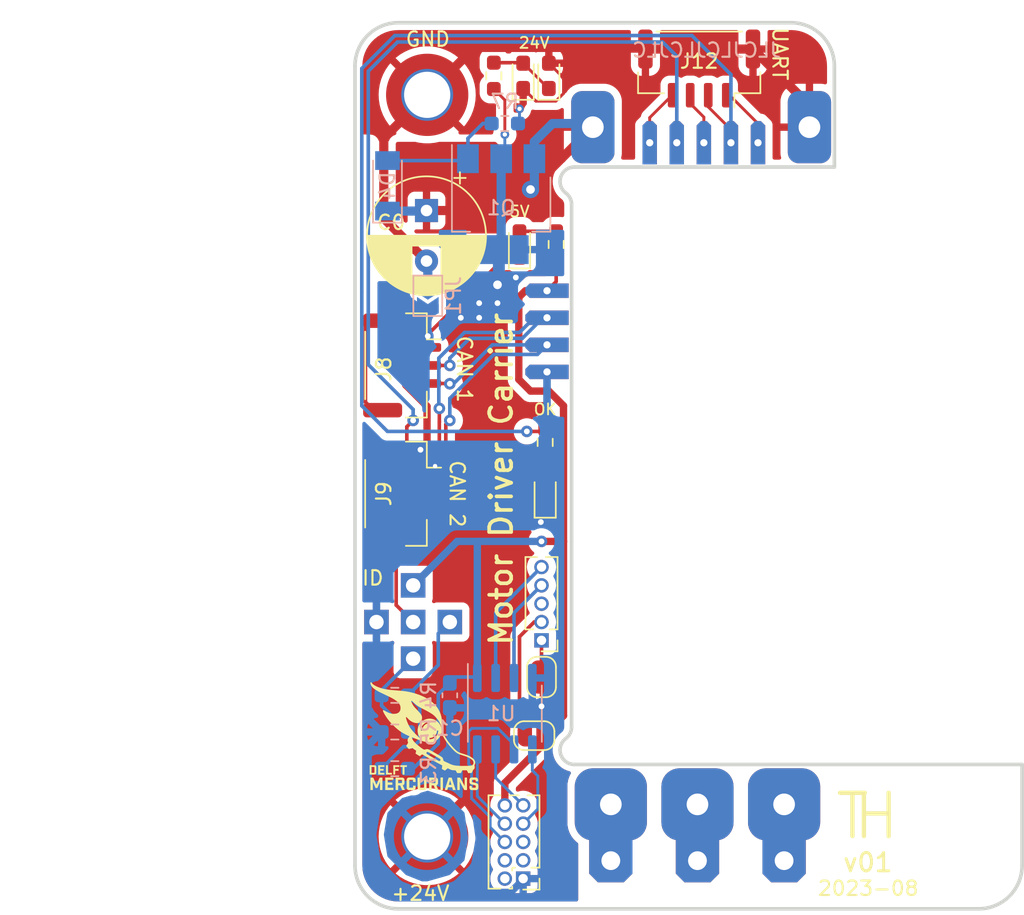
<source format=kicad_pcb>
(kicad_pcb (version 20211014) (generator pcbnew)
  (layers (0 "F.Cu" signal) (31 "B.Cu" signal) (34 "B.Paste" user) (35 "F.Paste" user) (36 "B.SilkS" user "B.Silkscreen") (37 "F.SilkS" user "F.Silkscreen") (38 "B.Mask" user) (39 "F.Mask" user) (44 "Edge.Cuts" user))
  (net 0 "")
  (net 1 "+24V")
  (net 2 "GNDPWR")
  (net 3 "GND")
  (net 4 "Net-(D1-Pad2)")
  (net 5 "Net-(D2-Pad2)")
  (net 6 "+5V")
  (net 7 "Net-(J5-Pad1)")
  (net 8 "Net-(J7-Pad1)")
  (net 9 "unconnected-(J8-PadMP)")
  (net 10 "unconnected-(J9-PadMP)")
  (net 11 "PWM")
  (net 12 "CAN_L")
  (net 13 "CAN_H")
  (net 14 "MOTOR_A")
  (net 15 "MOTOR_B")
  (net 16 "MOTOR_C")
  (net 17 "Net-(D3-Pad2)")
  (net 18 "A")
  (net 19 "B")
  (net 20 "B-")
  (net 21 "B+")
  (net 22 "A-")
  (net 23 "A+")
  (net 24 "Net-(J2-Pad2)")
  (net 25 "Net-(J2-Pad1)")
  (net 26 "Z")
  (net 27 "ENCODER_HOUSING")
  (net 28 "H3")
  (net 29 "H2")
  (net 30 "H1")
  (net 31 "UART_GND")
  (net 32 "UART_TX")
  (net 33 "UART_RX")
  (net 34 "UART_VCC")
  (net 35 "Net-(D4-Pad2)")
  (net 36 "/Vin")
  (footprint "Resistor_SMD:R_0603_1608Metric_Pad0.98x0.95mm_HandSolder" (layer "F.Cu") (at 106.426 89.408 90)
    (fp_text reference "R1" hide)
    (fp_text value "1k5")
    (pad "1" smd roundrect (at -0.9125 0 90) (size 0.975 0.95) (layers "F.Cu" "F.Paste" "F.Mask") (net 6 "+5V"))
    (pad "2" smd roundrect (at 0.9125 0 90) (size 0.975 0.95) (layers "F.Cu" "F.Paste" "F.Mask") (net 4 "Net-(D1-Pad2)"))
  )
  (footprint "Connector_PinHeader_1.27mm:PinHeader_1x05_P1.27mm_Vertical" (layer "F.Cu") (at 105.41 116.84 180)
    (fp_text reference "J2" hide)
    (fp_text value "Driver_Encoder")
    (pad "1" thru_hole rect (at 0 0 180) (size 1 1) (drill 0.65) (layers *.Cu *.Mask) (net 25 "Net-(J2-Pad1)"))
    (pad "2" thru_hole oval (at 0 1.27 180) (size 1 1) (drill 0.65) (layers *.Cu *.Mask) (net 24 "Net-(J2-Pad2)"))
    (pad "3" thru_hole oval (at 0 2.54 180) (size 1 1) (drill 0.65) (layers *.Cu *.Mask) (net 26 "Z"))
    (pad "4" thru_hole oval (at 0 3.81 180) (size 1 1) (drill 0.65) (layers *.Cu *.Mask) (net 19 "B"))
    (pad "5" thru_hole oval (at 0 5.08 180) (size 1 1) (drill 0.65) (layers *.Cu *.Mask) (net 18 "A"))
  )
  (footprint "Logo:logo_gray" (layer "F.Cu") (at 97.282 123.444)
    (fp_text reference "G***" hide)
    (fp_text value "LOGO" hide)
  )
  (footprint "Resistor_SMD:R_0603_1608Metric_Pad0.98x0.95mm_HandSolder" (layer "F.Cu") (at 102.108 77.724 90)
    (fp_text reference "R6" hide)
    (fp_text value "11k")
    (pad "1" smd roundrect (at -0.9125 0 90) (size 0.975 0.95) (layers "F.Cu" "F.Paste" "F.Mask") (net 36 "/Vin"))
    (pad "2" smd roundrect (at 0.9125 0 90) (size 0.975 0.95) (layers "F.Cu" "F.Paste" "F.Mask") (net 17 "Net-(D3-Pad2)"))
  )
  (footprint "LED_SMD:LED_0603_1608Metric_Pad1.05x0.95mm_HandSolder" (layer "F.Cu") (at 103.886 89.408 90)
    (fp_text reference "D1" hide)
    (fp_text value "LED")
    (pad "1" smd roundrect (at -0.875 0 90) (size 1.05 0.95) (layers "F.Cu" "F.Paste" "F.Mask") (net 3 "GND"))
    (pad "2" smd roundrect (at 0.875 0 90) (size 1.05 0.95) (layers "F.Cu" "F.Paste" "F.Mask") (net 4 "Net-(D1-Pad2)"))
  )
  (footprint "Connector_JST:JST_GH_SM03B-GHS-TB_1x03-1MP_P1.25mm_Horizontal" (layer "F.Cu") (at 95.758 106.68 -90)
    (fp_text reference "J9" (at 0 1.27 90) (layer "F.SilkS"))
    (fp_text value "CAN_2")
    (pad "1" smd roundrect (at -1.25 -1.85 270) (size 0.6 1.7) (layers "F.Cu" "F.Paste" "F.Mask") (net 3 "GND"))
    (pad "2" smd roundrect (at 0 -1.85 270) (size 0.6 1.7) (layers "F.Cu" "F.Paste" "F.Mask") (net 12 "CAN_L"))
    (pad "3" smd roundrect (at 1.25 -1.85 270) (size 0.6 1.7) (layers "F.Cu" "F.Paste" "F.Mask") (net 13 "CAN_H"))
    (pad "MP" smd roundrect (at 3.1 1.35 270) (size 1 2.7) (layers "F.Cu" "F.Paste" "F.Mask") (net 10 "unconnected-(J9-PadMP)"))
    (pad "MP" smd roundrect (at -3.1 1.35 270) (size 1 2.7) (layers "F.Cu" "F.Paste" "F.Mask") (net 10 "unconnected-(J9-PadMP)"))
  )
  (footprint "Jumper:SolderJumper-2_P1.3mm_Open_RoundedPad1.0x1.5mm" (layer "F.Cu") (at 105.41 119.38 90)
    (fp_text reference "JP3" hide)
    (fp_text value "Jumper_2_Open")
    (pad "1" smd custom (at -0.65 0 90) (size 1 0.5) (layers "F.Cu" "F.Mask") (net 3 "GND") (options (clearance outline) (anchor rect)) (primitives (gr_circle (center 0 0.25) (end 0.5 0.25) (width 0) (fill yes)) (gr_circle (center 0 -0.25) (end 0.5 -0.25) (width 0) (fill yes)) (gr_poly (pts (xy 0.5 0.75) (xy 0 0.75) (xy 0 -0.75) (xy 0.5 -0.75)) (width 0) (fill yes))))
    (pad "2" smd custom (at 0.65 0 90) (size 1 0.5) (layers "F.Cu" "F.Mask") (net 25 "Net-(J2-Pad1)") (options (clearance outline) (anchor rect)) (primitives (gr_circle (center 0 0.25) (end 0.5 0.25) (width 0) (fill yes)) (gr_circle (center 0 -0.25) (end 0.5 -0.25) (width 0) (fill yes)) (gr_poly (pts (xy 0 0.75) (xy -0.5 0.75) (xy -0.5 -0.75) (xy 0 -0.75)) (width 0) (fill yes))))
  )
  (footprint "DelftMercuriansFL:CustomEdge_UART5" (layer "F.Cu") (at 112.903 83.858566)
    (fp_text reference "J13" hide)
    (fp_text value "Edge_UART")
    (pad "1" thru_hole roundrect (at 0 -1.5) (size 1 3) (drill 0.5) (layers *.Cu *.Mask) (roundrect_rratio 0) (chamfer_ratio 0.3) (chamfer top_left top_right) (net 31 "UART_GND"))
    (pad "2" thru_hole roundrect (at 1.875 -1.5) (size 1 3) (drill 0.5) (layers *.Cu *.Mask) (roundrect_rratio 0) (chamfer_ratio 0.3) (chamfer top_left top_right) (net 11 "PWM"))
    (pad "3" thru_hole roundrect (at 3.75 -1.5) (size 1 3) (drill 0.5) (layers *.Cu *.Mask) (roundrect_rratio 0) (chamfer_ratio 0.3) (chamfer top_left top_right) (net 33 "UART_RX"))
    (pad "4" thru_hole roundrect (at 5.625 -1.5) (size 1 3) (drill 0.5) (layers *.Cu *.Mask) (roundrect_rratio 0) (chamfer_ratio 0.3) (chamfer top_left top_right) (net 32 "UART_TX"))
    (pad "5" thru_hole roundrect locked (at 7.5 -1.5) (size 1 3) (drill 0.5) (layers *.Cu *.Mask) (roundrect_rratio 0) (chamfer_ratio 0.3) (chamfer top_left top_right) (net 34 "UART_VCC"))
  )
  (footprint "MountingHole:MountingHole_3.2mm_M3_ISO7380_Pad_TopOnly" (layer "F.Cu") (at 97.492998 130.439566)
    (fp_text reference "H2" hide)
    (fp_text value "VIN")
    (pad "1" thru_hole circle (at 0 0) (size 3.6 3.6) (drill 3.2) (layers *.Cu *.Mask) (net 36 "/Vin"))
    (pad "1" connect circle (at 0 0) (size 5.7 5.7) (layers "F.Cu" "F.Mask") (net 36 "/Vin"))
  )
  (footprint "MountingHole:MountingHole_3.2mm_M3_ISO14580" (layer "F.Cu") (at 133.693 130.439566)
    (fp_text reference "H1" hide)
    (fp_text value "MountingHole")
    (pad "" np_thru_hole circle (at 0 0) (size 3.2 3.2) (drill 3.2) (layers *.Cu *.Mask))
  )
  (footprint "Connector_PinHeader_2.54mm:PinHeader_1x01_P2.54mm_Vertical" (layer "F.Cu") (at 96.52 113.03)
    (fp_text reference "J4" hide)
    (fp_text value "Conn_01x01_Male")
    (pad "1" thru_hole rect (at 0 0) (size 1.7 1.7) (drill 1) (layers *.Cu *.Mask) (net 6 "+5V"))
  )
  (footprint "Connector_PinHeader_2.54mm:PinHeader_1x01_P2.54mm_Vertical" (layer "F.Cu") (at 99.06 115.57)
    (fp_text reference "J5" hide)
    (fp_text value "Conn_01x01_Male")
    (pad "1" thru_hole rect (at 0 0) (size 1.7 1.7) (drill 1) (layers *.Cu *.Mask) (net 7 "Net-(J5-Pad1)"))
  )
  (footprint "LED_SMD:LED_0603_1608Metric_Pad1.05x0.95mm_HandSolder" (layer "F.Cu") (at 105.664 106.68 90)
    (fp_text reference "D2" hide)
    (fp_text value "LED")
    (pad "1" smd roundrect (at -0.875 0 90) (size 1.05 0.95) (layers "F.Cu" "F.Paste" "F.Mask") (net 3 "GND"))
    (pad "2" smd roundrect (at 0.875 0 90) (size 1.05 0.95) (layers "F.Cu" "F.Paste" "F.Mask") (net 5 "Net-(D2-Pad2)"))
  )
  (footprint "Connector_PinHeader_2.54mm:PinHeader_1x01_P2.54mm_Vertical" (layer "F.Cu") (at 93.98 115.57)
    (fp_text reference "J6" hide)
    (fp_text value "Conn_01x01_Male")
    (pad "1" thru_hole rect (at 0 0) (size 1.7 1.7) (drill 1) (layers *.Cu *.Mask) (net 3 "GND"))
  )
  (footprint "Jumper:SolderJumper-2_P1.3mm_Open_RoundedPad1.0x1.5mm" (layer "F.Cu") (at 104.902 123.444 180)
    (fp_text reference "JP2" hide)
    (fp_text value "Jumper_2_Open")
    (pad "1" smd custom (at -0.65 0 180) (size 1 0.5) (layers "F.Cu" "F.Mask") (net 6 "+5V") (options (clearance outline) (anchor rect)) (primitives (gr_circle (center 0 0.25) (end 0.5 0.25) (width 0) (fill yes)) (gr_circle (center 0 -0.25) (end 0.5 -0.25) (width 0) (fill yes)) (gr_poly (pts (xy 0.5 0.75) (xy 0 0.75) (xy 0 -0.75) (xy 0.5 -0.75)) (width 0) (fill yes))))
    (pad "2" smd custom (at 0.65 0 180) (size 1 0.5) (layers "F.Cu" "F.Mask") (net 24 "Net-(J2-Pad2)") (options (clearance outline) (anchor rect)) (primitives (gr_circle (center 0 0.25) (end 0.5 0.25) (width 0) (fill yes)) (gr_circle (center 0 -0.25) (end 0.5 -0.25) (width 0) (fill yes)) (gr_poly (pts (xy 0 0.75) (xy -0.5 0.75) (xy -0.5 -0.75) (xy 0 -0.75)) (width 0) (fill yes))))
  )
  (footprint "Resistor_SMD:R_0603_1608Metric_Pad0.98x0.95mm_HandSolder" (layer "F.Cu") (at 105.664 103.124 -90)
    (fp_text reference "R2" hide)
    (fp_text value "1k5")
    (pad "1" smd roundrect (at -0.9125 0 270) (size 0.975 0.95) (layers "F.Cu" "F.Paste" "F.Mask") (net 32 "UART_TX"))
    (pad "2" smd roundrect (at 0.9125 0 270) (size 0.975 0.95) (layers "F.Cu" "F.Paste" "F.Mask") (net 5 "Net-(D2-Pad2)"))
  )
  (footprint "LED_SMD:LED_0603_1608Metric_Pad1.05x0.95mm_HandSolder" (layer "F.Cu") (at 104.14 77.724 90)
    (fp_text reference "D3" hide)
    (fp_text value "LED")
    (pad "1" smd roundrect (at -0.875 0 90) (size 1.05 0.95) (layers "F.Cu" "F.Paste" "F.Mask") (net 2 "GNDPWR"))
    (pad "2" smd roundrect (at 0.875 0 90) (size 1.05 0.95) (layers "F.Cu" "F.Paste" "F.Mask") (net 17 "Net-(D3-Pad2)"))
  )
  (footprint "Connector_JST:JST_GH_SM04B-GHS-TB_1x04-1MP_P1.25mm_Horizontal" (layer "F.Cu") (at 116.332 77.216 180)
    (fp_text reference "J12" (at 0 0.508) (layer "F.SilkS"))
    (fp_text value "UART_1")
    (pad "1" smd roundrect (at -1.875 -1.85 180) (size 0.6 1.7) (layers "F.Cu" "F.Paste" "F.Mask") (net 34 "UART_VCC"))
    (pad "2" smd roundrect (at -0.625 -1.85 180) (size 0.6 1.7) (layers "F.Cu" "F.Paste" "F.Mask") (net 32 "UART_TX"))
    (pad "3" smd roundrect (at 0.625 -1.85 180) (size 0.6 1.7) (layers "F.Cu" "F.Paste" "F.Mask") (net 33 "UART_RX"))
    (pad "4" smd roundrect (at 1.875 -1.85 180) (size 0.6 1.7) (layers "F.Cu" "F.Paste" "F.Mask") (net 31 "UART_GND"))
    (pad "MP" smd roundrect (at -3.725 1.35 180) (size 1 2.7) (layers "F.Cu" "F.Paste" "F.Mask") (net 2 "GNDPWR"))
    (pad "MP" smd roundrect (at 3.725 1.35 180) (size 1 2.7) (layers "F.Cu" "F.Paste" "F.Mask") (net 2 "GNDPWR"))
  )
  (footprint "Connector_PinHeader_2.54mm:PinHeader_1x01_P2.54mm_Vertical" (layer "F.Cu") (at 96.52 115.57)
    (fp_text reference "J3" hide)
    (fp_text value "Conn_01x01_Male")
    (pad "1" thru_hole rect (at 0 0) (size 1.7 1.7) (drill 1) (layers *.Cu *.Mask) (net 11 "PWM"))
  )
  (footprint "LED_SMD:LED_0603_1608Metric_Pad1.05x0.95mm_HandSolder" (layer "F.Cu") (at 105.918 77.724 90)
    (fp_text reference "D5" hide)
    (fp_text value "LED")
    (pad "1" smd roundrect (at -0.875 0 90) (size 1.05 0.95) (layers "F.Cu" "F.Paste" "F.Mask") (net 17 "Net-(D3-Pad2)"))
    (pad "2" smd roundrect (at 0.875 0 90) (size 1.05 0.95) (layers "F.Cu" "F.Paste" "F.Mask") (net 2 "GNDPWR"))
  )
  (footprint "DelftMercuriansFL:CustomEdge_Motor3" (layer "F.Cu") (at 116.211 128.205566 180)
    (fp_text reference "J10" hide)
    (fp_text value "Edge_Motor")
    (pad "1" thru_hole roundrect (at -6 -3.9 180) (size 3 3) (drill 1.3) (layers *.Cu *.Mask) (roundrect_rratio 0) (chamfer_ratio 0.2) (chamfer top_left top_right) (net 14 "MOTOR_A"))
    (pad "1" thru_hole roundrect (at -6 0 180) (size 5 5) (drill oval 1.5) (layers *.Cu *.Mask) (net 14 "MOTOR_A"))
    (pad "2" thru_hole roundrect (at 0 -3.9 180) (size 3 3) (drill 1.3) (layers *.Cu *.Mask) (roundrect_rratio 0) (chamfer_ratio 0.2) (chamfer top_left top_right) (net 15 "MOTOR_B"))
    (pad "2" thru_hole roundrect (at 0 0 180) (size 5 5) (drill oval 1.5) (layers *.Cu *.Mask) (net 15 "MOTOR_B"))
    (pad "3" thru_hole roundrect (at 6 -3.9 180) (size 3 3) (drill 1.3) (layers *.Cu *.Mask) (roundrect_rratio 0) (chamfer_ratio 0.2) (chamfer top_left top_right) (net 16 "MOTOR_C"))
    (pad "3" thru_hole roundrect (at 6 0 180) (size 5 5) (drill oval 1.5) (layers *.Cu *.Mask) (net 16 "MOTOR_C"))
  )
  (footprint "DelftMercuriansFL:CustomEdge_CAN4" (layer "F.Cu") (at 107.291 98.213 90)
    (fp_text reference "J14" hide)
    (fp_text value "Edge_CAN")
    (pad "1" thru_hole roundrect (at -0.025 -1.5 90) (size 1 3) (drill 0.5) (layers *.Cu *.Mask) (roundrect_rratio 0) (chamfer_ratio 0.3) (chamfer top_left top_right) (net 3 "GND"))
    (pad "2" thru_hole roundrect (at 1.85 -1.5 90) (size 1 3) (drill 0.5) (layers *.Cu *.Mask) (roundrect_rratio 0) (chamfer_ratio 0.3) (chamfer top_left top_right) (net 13 "CAN_H"))
    (pad "3" thru_hole roundrect (at 3.725 -1.5 90) (size 1 3) (drill 0.5) (layers *.Cu *.Mask) (roundrect_rratio 0) (chamfer_ratio 0.3) (chamfer top_left top_right) (net 12 "CAN_L"))
    (pad "4" thru_hole roundrect (at 5.6 -1.5 90) (size 1 3) (drill 0.5) (layers *.Cu *.Mask) (roundrect_rratio 0) (chamfer_ratio 0.3) (chamfer top_left top_right) (net 6 "+5V"))
  )
  (footprint "Connector_PinHeader_1.27mm:PinHeader_2x05_P1.27mm_Vertical" (layer "F.Cu") (at 104.14 133.35 180)
    (fp_text reference "J1" hide)
    (fp_text value "Motor_Encoder")
    (pad "1" thru_hole rect (at 0 0 180) (size 1 1) (drill 0.65) (layers *.Cu *.Mask) (net 3 "GND"))
    (pad "2" thru_hole oval (at 1.27 0 180) (size 1 1) (drill 0.65) (layers *.Cu *.Mask) (net 27 "ENCODER_HOUSING"))
    (pad "3" thru_hole oval (at 0 1.27 180) (size 1 1) (drill 0.65) (layers *.Cu *.Mask) (net 28 "H3"))
    (pad "4" thru_hole oval (at 1.27 1.27 180) (size 1 1) (drill 0.65) (layers *.Cu *.Mask) (net 29 "H2"))
    (pad "5" thru_hole oval (at 0 2.54 180) (size 1 1) (drill 0.65) (layers *.Cu *.Mask) (net 30 "H1"))
    (pad "6" thru_hole oval (at 1.27 2.54 180) (size 1 1) (drill 0.65) (layers *.Cu *.Mask) (net 21 "B+"))
    (pad "7" thru_hole oval (at 0 3.81 180) (size 1 1) (drill 0.65) (layers *.Cu *.Mask) (net 20 "B-"))
    (pad "8" thru_hole oval (at 1.27 3.81 180) (size 1 1) (drill 0.65) (layers *.Cu *.Mask) (net 23 "A+"))
    (pad "9" thru_hole oval (at 0 5.08 180) (size 1 1) (drill 0.65) (layers *.Cu *.Mask) (net 22 "A-"))
    (pad "10" thru_hole oval (at 1.27 5.08 180) (size 1 1) (drill 0.65) (layers *.Cu *.Mask) (net 6 "+5V"))
  )
  (footprint "Connector_JST:JST_GH_SM03B-GHS-TB_1x03-1MP_P1.25mm_Horizontal" (layer "F.Cu") (at 95.758 97.79 -90)
    (fp_text reference "J8" (at 0.254 1.27 90) (layer "F.SilkS"))
    (fp_text value "CAN_1")
    (pad "1" smd roundrect (at -1.25 -1.85 270) (size 0.6 1.7) (layers "F.Cu" "F.Paste" "F.Mask") (net 3 "GND"))
    (pad "2" smd roundrect (at 0 -1.85 270) (size 0.6 1.7) (layers "F.Cu" "F.Paste" "F.Mask") (net 12 "CAN_L"))
    (pad "3" smd roundrect (at 1.25 -1.85 270) (size 0.6 1.7) (layers "F.Cu" "F.Paste" "F.Mask") (net 13 "CAN_H"))
    (pad "MP" smd roundrect (at 3.1 1.35 270) (size 1 2.7) (layers "F.Cu" "F.Paste" "F.Mask") (net 9 "unconnected-(J8-PadMP)"))
    (pad "MP" smd roundrect (at -3.1 1.35 270) (size 1 2.7) (layers "F.Cu" "F.Paste" "F.Mask") (net 9 "unconnected-(J8-PadMP)"))
  )
  (footprint "Capacitor_THT:CP_Radial_D8.0mm_P3.50mm" (layer "F.Cu") (at 97.446 87.055915 -90)
    (fp_text reference "C0" (at 0.828085 2.45 180) (layer "F.SilkS"))
    (fp_text value "C_Polarized")
    (pad "1" thru_hole rect (at 0 0 270) (size 1.6 1.6) (drill 0.8) (layers *.Cu *.Mask) (net 1 "+24V"))
    (pad "2" thru_hole circle (at 3.5 0 270) (size 1.6 1.6) (drill 0.8) (layers *.Cu *.Mask) (net 2 "GNDPWR"))
  )
  (footprint "Connector_PinHeader_2.54mm:PinHeader_1x01_P2.54mm_Vertical" (layer "F.Cu") (at 96.52 118.11)
    (fp_text reference "J7" hide)
    (fp_text value "Conn_01x01_Male")
    (pad "1" thru_hole rect (at 0 0) (size 1.7 1.7) (drill 1) (layers *.Cu *.Mask) (net 8 "Net-(J7-Pad1)"))
  )
  (footprint "MountingHole:MountingHole_3.2mm_M3_ISO7380_Pad_TopOnly" (layer "F.Cu") (at 97.492998 79.039568)
    (fp_text reference "H3" hide)
    (fp_text value "PGND")
    (pad "1" connect circle (at 0 0) (size 5.7 5.7) (layers "F.Cu" "F.Mask") (net 2 "GNDPWR"))
    (pad "1" thru_hole circle (at 0 0) (size 3.6 3.6) (drill 3.2) (layers *.Cu *.Mask) (net 2 "GNDPWR"))
  )
  (footprint "Capacitor_SMD:C_0603_1608Metric_Pad1.08x0.95mm_HandSolder" (layer "B.Cu") (at 99.06 120.65 -90)
    (fp_text reference "C1" (at 2.286 0 180) (layer "B.SilkS") (effects (justify mirror)))
    (fp_text value "0.1u")
    (pad "1" smd roundrect (at -0.8625 0 270) (size 1.075 0.95) (layers "B.Cu" "B.Paste" "B.Mask") (net 6 "+5V"))
    (pad "2" smd roundrect (at 0.8625 0 270) (size 1.075 0.95) (layers "B.Cu" "B.Paste" "B.Mask") (net 3 "GND"))
  )
  (footprint "Resistor_SMD:R_0603_1608Metric_Pad0.98x0.95mm_HandSolder" (layer "B.Cu") (at 95.25 120.65 180)
    (fp_text reference "R4" (at -2.345543 0.011027 90) (layer "B.SilkS") (effects (justify mirror)))
    (fp_text value "R10k")
    (pad "1" smd roundrect (at -0.9125 0 180) (size 0.975 0.95) (layers "B.Cu" "B.Paste" "B.Mask") (net 7 "Net-(J5-Pad1)"))
    (pad "2" smd roundrect (at 0.9125 0 180) (size 0.975 0.95) (layers "B.Cu" "B.Paste" "B.Mask") (net 8 "Net-(J7-Pad1)"))
  )
  (footprint "Diode_SMD:D_MiniMELF" (layer "B.Cu") (at 94.742 85.344 90)
    (fp_text reference "D4" (at 0 0 90) (layer "B.SilkS") (effects (justify mirror)))
    (fp_text value "BZV55C15")
    (pad "1" smd rect (at -1.75 0 90) (size 1.3 1.7) (layers "B.Cu" "B.Paste" "B.Mask") (net 1 "+24V"))
    (pad "2" smd rect (at 1.75 0 90) (size 1.3 1.7) (layers "B.Cu" "B.Paste" "B.Mask") (net 35 "Net-(D4-Pad2)"))
  )
  (footprint "Resistor_SMD:R_0603_1608Metric_Pad0.98x0.95mm_HandSolder" (layer "B.Cu") (at 95.25 123.19 180)
    (fp_text reference "R5" (at -2.345543 -0.011026 90) (layer "B.SilkS") (effects (justify mirror)))
    (fp_text value "R10k")
    (pad "1" smd roundrect (at -0.9125 0 180) (size 0.975 0.95) (layers "B.Cu" "B.Paste" "B.Mask") (net 8 "Net-(J7-Pad1)"))
    (pad "2" smd roundrect (at 0.9125 0 180) (size 0.975 0.95) (layers "B.Cu" "B.Paste" "B.Mask") (net 3 "GND"))
  )
  (footprint "DelftMercuriansFL:CustomEdge_Power2" (layer "B.Cu") (at 116.466 81.28 180)
    (fp_text reference "J11" hide)
    (fp_text value "Edge_Power")
    (pad "1" thru_hole roundrect (at -7.5 0 180) (size 3 5) (drill 1.5) (layers *.Cu *.Mask) (net 2 "GNDPWR"))
    (pad "2" thru_hole roundrect (at 7.5 0 180) (size 3 5) (drill 1.5) (layers *.Cu *.Mask) (net 1 "+24V"))
  )
  (footprint "Package_TO_SOT_SMD:SOT-223-3_TabPin2" (layer "B.Cu") (at 102.616 86.614 -90)
    (fp_text reference "Q1" (at 0.254 0) (layer "B.SilkS") (effects (justify mirror)))
    (fp_text value "671-1100")
    (pad "1" smd rect (at -3.15 2.3 270) (size 2 1.5) (layers "B.Cu" "B.Paste" "B.Mask") (net 35 "Net-(D4-Pad2)"))
    (pad "2" smd rect (at -3.15 0 270) (size 2 1.5) (layers "B.Cu" "B.Paste" "B.Mask") (net 36 "/Vin"))
    (pad "2" smd rect (at 3.15 0 270) (size 2 3.8) (layers "B.Cu" "B.Paste" "B.Mask") (net 36 "/Vin"))
    (pad "3" smd rect (at -3.15 -2.3 270) (size 2 1.5) (layers "B.Cu" "B.Paste" "B.Mask") (net 1 "+24V"))
  )
  (footprint "Resistor_SMD:R_0603_1608Metric_Pad0.98x0.95mm_HandSolder" (layer "B.Cu") (at 102.87 81.026)
    (fp_text reference "R7" (at 0 -1.524) (layer "B.SilkS") (effects (justify mirror)))
    (fp_text value "1k8")
    (pad "1" smd roundrect (at -0.9125 0) (size 0.975 0.95) (layers "B.Cu" "B.Paste" "B.Mask") (net 35 "Net-(D4-Pad2)"))
    (pad "2" smd roundrect (at 0.9125 0) (size 0.975 0.95) (layers "B.Cu" "B.Paste" "B.Mask") (net 2 "GNDPWR"))
  )
  (footprint "Package_SO:SOIC-8_3.9x4.9mm_P1.27mm" (layer "B.Cu") (at 102.87 121.92 -90)
    (fp_text reference "U1" (at 0 0.254 180) (layer "B.SilkS") (effects (justify mirror)))
    (fp_text value "UA9637")
    (pad "1" smd roundrect (at -2.475 1.905 270) (size 1.95 0.6) (layers "B.Cu" "B.Paste" "B.Mask") (net 6 "+5V"))
    (pad "2" smd roundrect (at -2.475 0.635 270) (size 1.95 0.6) (layers "B.Cu" "B.Paste" "B.Mask") (net 18 "A"))
    (pad "3" smd roundrect (at -2.475 -0.635 270) (size 1.95 0.6) (layers "B.Cu" "B.Paste" "B.Mask") (net 19 "B"))
    (pad "4" smd roundrect (at -2.475 -1.905 270) (size 1.95 0.6) (layers "B.Cu" "B.Paste" "B.Mask") (net 3 "GND"))
    (pad "5" smd roundrect (at 2.475 -1.905 270) (size 1.95 0.6) (layers "B.Cu" "B.Paste" "B.Mask") (net 20 "B-"))
    (pad "6" smd roundrect (at 2.475 -0.635 270) (size 1.95 0.6) (layers "B.Cu" "B.Paste" "B.Mask") (net 21 "B+"))
    (pad "7" smd roundrect (at 2.475 0.635 270) (size 1.95 0.6) (layers "B.Cu" "B.Paste" "B.Mask") (net 22 "A-"))
    (pad "8" smd roundrect (at 2.475 1.905 270) (size 1.95 0.6) (layers "B.Cu" "B.Paste" "B.Mask") (net 23 "A+"))
  )
  (footprint "Jumper:SolderJumper-2_P1.3mm_Open_TrianglePad1.0x1.5mm" (layer "B.Cu") (at 97.536 92.964 -90)
    (fp_text reference "JP1" (at 0 -1.778 90) (layer "B.SilkS") (effects (justify mirror)))
    (fp_text value "Jumper_2_Bridged")
    (pad "1" smd custom (at -0.725 0 270) (size 0.3 0.3) (layers "B.Cu" "B.Mask") (net 2 "GNDPWR") (options (clearance outline) (anchor rect)) (primitives (gr_poly (pts (xy 1 0) (xy 0.5 0.75) (xy -0.5 0.75) (xy -0.5 -0.75) (xy 0.5 -0.75)) (width 0) (fill yes))))
    (pad "2" smd custom (at 0.725 0 270) (size 0.3 0.3) (layers "B.Cu" "B.Mask") (net 3 "GND") (options (clearance outline) (anchor rect)) (primitives (gr_poly (pts (xy 0.5 0.75) (xy -0.65 0.75) (xy -0.15 0) (xy -0.65 -0.75) (xy 0.5 -0.75)) (width 0) (fill yes))))
  )
  (footprint "Resistor_SMD:R_0603_1608Metric_Pad0.98x0.95mm_HandSolder" (layer "B.Cu") (at 95.25 125.73 180)
    (fp_text reference "R3" (at -2.345543 -0.114156 90) (layer "B.SilkS") (effects (justify mirror)))
    (fp_text value "R10k")
    (pad "1" smd roundrect (at -0.9125 0 180) (size 0.975 0.95) (layers "B.Cu" "B.Paste" "B.Mask") (net 6 "+5V"))
    (pad "2" smd roundrect (at 0.9125 0 180) (size 0.975 0.95) (layers "B.Cu" "B.Paste" "B.Mask") (net 7 "Net-(J5-Pad1)"))
  )
  (gr_arc (start 122.693 74.041) (mid 124.81432 74.91968) (end 125.693 77.041) (layer "Edge.Cuts") (width 0.25))
  (gr_arc (start 92.493 77.041) (mid 93.37168 74.91968) (end 95.493 74.041) (layer "Edge.Cuts") (width 0.25))
  (gr_line (start 138.693 125.441) (end 138.693 132.441) (layer "Edge.Cuts") (width 0.25))
  (gr_arc (start 95.493 135.441) (mid 93.37168 134.56232) (end 92.493 132.441) (layer "Edge.Cuts") (width 0.25))
  (gr_line (start 107.693 125.441) (end 138.693 125.441) (layer "Edge.Cuts") (width 0.25))
  (gr_arc (start 107.093 85.841) (mid 107.387427 86.193786) (end 107.493 86.641) (layer "Edge.Cuts") (width 0.25))
  (gr_arc (start 107.493 122.841) (mid 107.387427 123.288214) (end 107.093 123.641) (layer "Edge.Cuts") (width 0.25))
  (gr_line (start 125.693 84.041) (end 107.693 84.041) (layer "Edge.Cuts") (width 0.25))
  (gr_arc (start 107.093 85.841) (mid 106.744317 84.724772) (end 107.693 84.041) (layer "Edge.Cuts") (width 0.25))
  (gr_line (start 95.493 135.441) (end 135.693 135.441) (layer "Edge.Cuts") (width 0.25))
  (gr_arc (start 107.693 125.441) (mid 106.744317 124.757228) (end 107.093 123.641) (layer "Edge.Cuts") (width 0.25))
  (gr_arc (start 138.693 132.441) (mid 137.81432 134.56232) (end 135.693 135.441) (layer "Edge.Cuts") (width 0.25))
  (gr_line (start 122.693 74.041) (end 95.493 74.041) (layer "Edge.Cuts") (width 0.25))
  (gr_line (start 92.493 77.041) (end 92.493 132.441) (layer "Edge.Cuts") (width 0.25))
  (gr_line (start 125.693 84.041) (end 125.693 77.041) (layer "Edge.Cuts") (width 0.25))
  (gr_line (start 107.493 86.641) (end 107.493 122.841) (layer "Edge.Cuts") (width 0.25))
  (gr_text "JLCJLCJLCJLC" (at 116.84 75.946) (layer "B.SilkS") (effects (font (size 1 1)) (justify mirror)))
  (gr_text "ID" (at 93.726 112.522) (layer "F.SilkS") (effects (font (size 1 1))))
  (gr_text "GND" (at 97.536 75.184) (layer "F.SilkS") (effects (font (size 1 1))))
  (gr_text "CAN 2" (at 99.568 106.68 270) (layer "F.SilkS") (effects (font (size 1 1))))
  (gr_text "v01" (at 128.016 132.231383) (layer "F.SilkS") (effects (font (size 1.27 1.27) (thickness 0.2032))))
  (gr_text "2023-08" (at 128.036093 134.026091) (layer "F.SilkS") (effects (font (size 1 1))))
  (gr_text "24V" (at 104.902 75.438) (layer "F.SilkS") (effects (font (size 0.762 0.762) (thickness 0.127))))
  (gr_text "H" (at 128.594105 129.032) (layer "F.SilkS") (effects (font (size 3 3) (thickness 0.3)) (justify mirror)))
  (gr_text "+24V" (at 97.028 134.366) (layer "F.SilkS") (effects (font (size 1 1))))
  (gr_text "OK" (at 105.664 100.838) (layer "F.SilkS") (effects (font (size 0.762 0.762) (thickness 0.127))))
  (gr_text "T" (at 126.943105 129.032) (layer "F.SilkS") (effects (font (size 3 3) (thickness 0.3)) (justify mirror)))
  (gr_text "5V" (at 103.886 87.122) (layer "F.SilkS") (effects (font (size 0.762 0.762) (thickness 0.127))))
  (gr_text "CAN 1" (at 100.076 98.044 270) (layer "F.SilkS") (effects (font (size 1 1))))
  (gr_text "UART" (at 121.92 76.2 270) (layer "F.SilkS") (effects (font (size 1 1))))
  (gr_text "Motor Driver Carrier" (at 102.616 105.664 90) (layer "F.SilkS") (effects (font (size 1.524 1.524) (thickness 0.254))))
  (segment (start 103.190085 87.055915) (end 104.648 85.598) (width 0.635) (layer "F.Cu") (net 1))
  (segment (start 97.446 87.055915) (end 103.190085 87.055915) (width 0.635) (layer "F.Cu") (net 1))
  (segment (start 104.648 85.598) (end 108.966 81.28) (width 0.635) (layer "F.Cu") (net 1))
  (via (at 104.648 85.598) (size 1.2) (drill 0.6) (layers "F.Cu" "B.Cu") (net 1))
  (segment (start 104.916 83.464) (end 104.916 82.282) (width 0.635) (layer "B.Cu") (net 1))
  (segment (start 94.742 87.094) (end 97.407915 87.094) (width 0.635) (layer "B.Cu") (net 1))
  (segment (start 104.916 83.464) (end 104.916 85.33) (width 0.635) (layer "B.Cu") (net 1))
  (segment (start 106.172 81.026) (end 108.712 81.026) (width 0.635) (layer "B.Cu") (net 1))
  (segment (start 108.712 81.026) (end 108.966 81.28) (width 0.635) (layer "B.Cu") (net 1))
  (segment (start 104.916 85.33) (end 104.648 85.598) (width 0.635) (layer "B.Cu") (net 1))
  (segment (start 104.916 82.282) (end 106.172 81.026) (width 0.635) (layer "B.Cu") (net 1))
  (segment (start 97.407915 87.094) (end 97.446 87.055915) (width 0.635) (layer "B.Cu") (net 1))
  (segment (start 108.01098 75.75298) (end 105.85702 75.75298) (width 0.635) (layer "F.Cu") (net 2))
  (segment (start 108.040307 75.782307) (end 108.01098 75.75298) (width 0.2) (layer "F.Cu") (net 2))
  (segment (start 94.488 87.597915) (end 94.488 82.044566) (width 0.635) (layer "F.Cu") (net 2))
  (segment (start 106.934 77.865) (end 105.918 76.849) (width 0.2) (layer "F.Cu") (net 2))
  (segment (start 120.057 75.866) (end 112.607 75.866) (width 0.635) (layer "F.Cu") (net 2))
  (segment (start 123.966 79.775) (end 120.057 75.866) (width 0.635) (layer "F.Cu") (net 2))
  (segment (start 123.966 81.28) (end 123.966 79.775) (width 0.635) (layer "F.Cu") (net 2))
  (segment (start 106.934 78.943828) (end 106.934 77.865) (width 0.2) (layer "F.Cu") (net 2))
  (segment (start 100.779586 75.75298) (end 97.492998 79.039568) (width 0.635) (layer "F.Cu") (net 2))
  (segment (start 104.14 79.756) (end 103.886 80.01) (width 0.2) (layer "F.Cu") (net 2))
  (segment (start 104.14 78.599) (end 105.01852 79.47752) (width 0.2) (layer "F.Cu") (net 2))
  (segment (start 94.488 82.044566) (end 97.492998 79.039568) (width 0.635) (layer "F.Cu") (net 2))
  (segment (start 105.918 76.849) (end 105.918 75.81396) (width 0.2) (layer "F.Cu") (net 2))
  (segment (start 105.01852 79.47752) (end 106.400308 79.47752) (width 0.2) (layer "F.Cu") (net 2))
  (segment (start 105.85702 75.75298) (end 100.779586 75.75298) (width 0.635) (layer "F.Cu") (net 2))
  (segment (start 105.918 75.81396) (end 105.85702 75.75298) (width 0.2) (layer "F.Cu") (net 2))
  (segment (start 97.446 90.555915) (end 94.488 87.597915) (width 0.635) (layer "F.Cu") (net 2))
  (segment (start 112.607 75.866) (end 112.49398 75.75298) (width 0.635) (layer "F.Cu") (net 2))
  (segment (start 104.14 78.599) (end 104.14 79.756) (width 0.2) (layer "F.Cu") (net 2))
  (segment (start 112.49398 75.75298) (end 108.01098 75.75298) (width 0.635) (layer "F.Cu") (net 2))
  (segment (start 106.400308 79.47752) (end 106.934 78.943828) (width 0.2) (layer "F.Cu") (net 2))
  (via (at 103.886 80.01) (size 0.6) (drill 0.3) (layers "F.Cu" "B.Cu") (net 2))
  (segment (start 103.886 80.01) (end 103.886 80.9225) (width 0.2) (layer "B.Cu") (net 2))
  (segment (start 97.536 92.239) (end 97.536 90.645915) (width 0.635) (layer "B.Cu") (net 2))
  (segment (start 97.536 90.645915) (end 97.446 90.555915) (width 0.635) (layer "B.Cu") (net 2))
  (segment (start 103.886 80.9225) (end 103.7825 81.026) (width 0.2) (layer "B.Cu") (net 2))
  (segment (start 105.664 108.34194) (end 105.363576 108.642364) (width 0.508) (layer "F.Cu") (net 3))
  (segment (start 105.41 120.03) (end 105.41 121.412) (width 0.25) (layer "F.Cu") (net 3))
  (segment (start 96.012 99.147506) (end 96.012 96.266) (width 0.508) (layer "F.Cu") (net 3))
  (segment (start 103.886 90.283) (end 102.897175 90.283) (width 0.25) (layer "F.Cu") (net 3))
  (segment (start 102.897175 90.283) (end 97.536 95.644175) (width 0.25) (layer "F.Cu") (net 3))
  (segment (start 97.028 103.632) (end 97.481989 103.178011) (width 0.508) (layer "F.Cu") (net 3))
  (segment (start 97.536 96.468) (end 97.608 96.54) (width 0.25) (layer "F.Cu") (net 3))
  (segment (start 96.012 96.266) (end 96.52 95.758) (width 0.508) (layer "F.Cu") (net 3))
  (segment (start 97.481989 103.178011) (end 97.481989 100.617495) (width 0.508) (layer "F.Cu") (net 3))
  (segment (start 96.52 95.758) (end 97.536 95.758) (width 0.508) (layer "F.Cu") (net 3))
  (segment (start 97.536 95.644175) (end 97.536 95.758) (width 0.25) (layer "F.Cu") (net 3))
  (segment (start 105.664 107.555) (end 105.664 108.34194) (width 0.508) (layer "F.Cu") (net 3))
  (segment (start 97.481989 100.617495) (end 96.012 99.147506) (width 0.508) (layer "F.Cu") (net 3))
  (segment (start 97.608 105.43) (end 97.608 105.196092) (width 0.254) (layer "F.Cu") (net 3))
  (segment (start 97.536 95.758) (end 97.536 96.468) (width 0.25) (layer "F.Cu") (net 3))
  (segment (start 97.608 105.196092) (end 98.039592 104.7645) (width 0.254) (layer "F.Cu") (net 3))
  (via (at 105.363576 108.642364) (size 0.8) (drill 0.4) (layers "F.Cu" "B.Cu") (net 3))
  (via (at 97.536 95.758) (size 0.8) (drill 0.4) (layers "F.Cu" "B.Cu") (net 3))
  (via (at 97.028 103.632) (size 0.8) (drill 0.4) (layers "F.Cu" "B.Cu") (net 3))
  (via (at 98.039592 104.7645) (size 0.6) (drill 0.3) (layers "F.Cu" "B.Cu") (net 3))
  (via (at 105.41 121.412) (size 0.8) (drill 0.4) (layers "F.Cu" "B.Cu") (net 3))
  (segment (start 103.264958 134.303511) (end 104.14 133.428469) (width 0.508) (layer "B.Cu") (net 3))
  (segment (start 93.39648 124.13102) (end 93.39648 126.82152) (width 0.508) (layer "B.Cu") (net 3))
  (segment (start 102.294978 104.648) (end 93.98 112.962978) (width 0.508) (layer "B.Cu") (net 3))
  (segment (start 105.791 108.21494) (end 105.791 103.251) (width 0.508) (layer "B.Cu") (net 3))
  (segment (start 104.14 133.428469) (end 104.14 133.35) (width 0.508) (layer "B.Cu") (net 3))
  (segment (start 104.2935 121.5125) (end 104.775 121.031) (width 0.508) (layer "B.Cu") (net 3))
  (segment (start 96.535729 126.82152) (end 99.06 124.297249) (width 0.508) (layer "B.Cu") (net 3))
  (segment (start 105.791 98.238) (end 105.791 103.251) (width 0.508) (layer "B.Cu") (net 3))
  (segment (start 104.775 119.821072) (end 104.775 119.445) (width 0.25) (layer "B.Cu") (net 3))
  (segment (start 94.3375 123.19) (end 93.39648 124.13102) (width 0.508) (layer "B.Cu") (net 3))
  (segment (start 93.98 112.962978) (end 93.98 115.57) (width 0.508) (layer "B.Cu") (net 3))
  (segment (start 98.039592 104.643592) (end 97.028 103.632) (width 0.254) (layer "B.Cu") (net 3))
  (segment (start 93.39648 126.82152) (end 96.535729 126.82152) (width 0.508) (layer "B.Cu") (net 3))
  (segment (start 105.363576 108.642364) (end 105.791 108.21494) (width 0.508) (layer "B.Cu") (net 3))
  (segment (start 98.039592 104.7645) (end 98.039592 104.643592) (width 0.254) (layer "B.Cu") (net 3))
  (segment (start 99.06 124.297249) (end 99.06 121.5125) (width 0.508) (layer "B.Cu") (net 3))
  (segment (start 105.156 121.412) (end 105.41 121.412) (width 0.508) (layer "B.Cu") (net 3))
  (segment (start 97.536 93.689) (end 97.536 95.758) (width 0.25) (layer "B.Cu") (net 3))
  (segment (start 93.39648 132.76648) (end 94.933511 134.303511) (width 0.508) (layer "B.Cu") (net 3))
  (segment (start 105.791 103.251) (end 105.791 104.648) (width 0.508) (layer "B.Cu") (net 3))
  (segment (start 104.775 121.031) (end 104.775 119.445) (width 0.508) (layer "B.Cu") (net 3))
  (segment (start 93.39648 126.82152) (end 93.39648 132.76648) (width 0.508) (layer "B.Cu") (net 3))
  (segment (start 93.39648 118.18552) (end 93.39648 122.24898) (width 0.508) (layer "B.Cu") (net 3))
  (segment (start 93.52548 124.00202) (end 93.52548 126.29148) (width 0.25) (layer "B.Cu") (net 3))
  (segment (start 94.933511 134.303511) (end 103.264958 134.303511) (width 0.508) (layer "B.Cu") (net 3))
  (segment (start 105.791 104.648) (end 102.294978 104.648) (width 0.508) (layer "B.Cu") (net 3))
  (segment (start 93.98 117.602) (end 93.39648 118.18552) (width 0.508) (layer "B.Cu") (net 3))
  (segment (start 93.98 115.57) (end 93.98 117.602) (width 0.508) (layer "B.Cu") (net 3))
  (segment (start 99.06 121.5125) (end 104.2935 121.5125) (width 0.508) (layer "B.Cu") (net 3))
  (segment (start 104.775 121.031) (end 105.156 121.412) (width 0.508) (layer "B.Cu") (net 3))
  (segment (start 93.39648 122.24898) (end 94.3375 123.19) (width 0.508) (layer "B.Cu") (net 3))
  (segment (start 106.426 88.4955) (end 103.9235 88.4955) (width 0.25) (layer "F.Cu") (net 4))
  (segment (start 103.9235 88.4955) (end 103.886 88.533) (width 0.25) (layer "F.Cu") (net 4))
  (segment (start 105.664 105.805) (end 105.664 104.0365) (width 0.25) (layer "F.Cu") (net 5))
  (segment (start 104.648 99.568) (end 105.918 99.568) (width 0.508) (layer "F.Cu") (net 6))
  (segment (start 106.426 90.3205) (end 106.426 91.978) (width 0.25) (layer "F.Cu") (net 6))
  (segment (start 105.552 124.035374) (end 105.552 123.444) (width 0.508) (layer "F.Cu") (net 6))
  (segment (start 106.934 100.584) (end 106.934 109.982) (width 0.508) (layer "F.Cu") (net 6))
  (segment (start 104.291 92.613) (end 103.83748 93.06652) (width 0.508) (layer "F.Cu") (net 6))
  (segment (start 106.426 91.978) (end 105.791 92.613) (width 0.25) (layer "F.Cu") (net 6))
  (segment (start 102.87 128.27) (end 102.87 126.717374) (width 0.508) (layer "F.Cu") (net 6))
  (segment (start 102.87 126.717374) (end 105.552 124.035374) (width 0.508) (layer "F.Cu") (net 6))
  (segment (start 103.83748 93.06652) (end 103.83748 98.75748) (width 0.508) (layer "F.Cu") (net 6))
  (segment (start 105.918 99.568) (end 106.934 100.584) (width 0.508) (layer "F.Cu") (net 6))
  (segment (start 105.41 109.982) (end 106.934 109.982) (width 0.508) (layer "F.Cu") (net 6))
  (segment (start 106.934 122.062) (end 105.552 123.444) (width 0.508) (layer "F.Cu") (net 6))
  (segment (start 103.83748 98.75748) (end 104.648 99.568) (width 0.508) (layer "F.Cu") (net 6))
  (segment (start 106.934 109.982) (end 106.934 122.062) (width 0.508) (layer "F.Cu") (net 6))
  (segment (start 105.791 92.613) (end 104.291 92.613) (width 0.25) (layer "F.Cu") (net 6))
  (via (at 105.41 109.982) (size 0.8) (drill 0.4) (layers "F.Cu" "B.Cu") (net 6))
  (segment (start 98.26048 120.58702) (end 99.06 119.7875) (width 0.25) (layer "B.Cu") (net 6))
  (segment (start 100.965 119.445) (end 100.965 110.109) (width 0.508) (layer "B.Cu") (net 6))
  (segment (start 100.9 119.38) (end 100.965 119.445) (width 0.254) (layer "B.Cu") (net 6))
  (segment (start 99.4675 119.38) (end 100.9 119.38) (width 0.254) (layer "B.Cu") (net 6))
  (segment (start 101.092 109.982) (end 99.568 109.982) (width 0.508) (layer "B.Cu") (net 6))
  (segment (start 96.1625 125.73) (end 96.52 125.73) (width 0.25) (layer "B.Cu") (net 6))
  (segment (start 99.568 109.982) (end 96.52 113.03) (width 0.508) (layer "B.Cu") (net 6))
  (segment (start 98.26048 123.98952) (end 98.26048 120.58702) (width 0.25) (layer "B.Cu") (net 6))
  (segment (start 99.06 119.7875) (end 99.4675 119.38) (width 0.254) (layer "B.Cu") (net 6))
  (segment (start 100.965 110.109) (end 101.092 109.982) (width 0.508) (layer "B.Cu") (net 6))
  (segment (start 99.4025 119.445) (end 99.06 119.7875) (width 0.25) (layer "B.Cu") (net 6))
  (segment (start 105.41 109.982) (end 101.092 109.982) (width 0.508) (layer "B.Cu") (net 6))
  (segment (start 96.52 125.73) (end 98.26048 123.98952) (width 0.25) (layer "B.Cu") (net 6))
  (segment (start 98.26048 118.55202) (end 96.1625 120.65) (width 0.25) (layer "B.Cu") (net 7))
  (segment (start 96.97452 123.77244) (end 96.97452 121.46202) (width 0.25) (layer "B.Cu") (net 7))
  (segment (start 99.06 115.57) (end 98.26048 116.36952) (width 0.25) (layer "B.Cu") (net 7))
  (segment (start 94.3375 125.73) (end 95.8615 124.206) (width 0.25) (layer "B.Cu") (net 7))
  (segment (start 95.8615 124.206) (end 96.54096 124.206) (width 0.25) (layer "B.Cu") (net 7))
  (segment (start 96.97452 121.46202) (end 96.1625 120.65) (width 0.25) (layer "B.Cu") (net 7))
  (segment (start 98.26048 116.36952) (end 98.26048 118.55202) (width 0.25) (layer "B.Cu") (net 7))
  (segment (start 96.54096 124.206) (end 96.97452 123.77244) (width 0.25) (layer "B.Cu") (net 7))
  (segment (start 94.3375 120.65) (end 94.3375 121.365) (width 0.25) (layer "B.Cu") (net 8))
  (segment (start 94.3375 120.2925) (end 96.52 118.11) (width 0.25) (layer "B.Cu") (net 8))
  (segment (start 94.3375 120.65) (end 94.3375 120.2925) (width 0.25) (layer "B.Cu") (net 8))
  (segment (start 94.3375 121.365) (end 96.1625 123.19) (width 0.25) (layer "B.Cu") (net 8))
  (segment (start 93.218 94.996) (end 93.218 100.33) (width 0.25) (layer "F.Cu") (net 9))
  (segment (start 93.778 100.89) (end 94.408 100.89) (width 0.25) (layer "F.Cu") (net 9))
  (segment (start 94.408 94.69) (end 93.524 94.69) (width 0.25) (layer "F.Cu") (net 9))
  (segment (start 93.524 94.69) (end 93.218 94.996) (width 0.25) (layer "F.Cu") (net 9))
  (segment (start 93.218 100.33) (end 93.778 100.89) (width 0.25) (layer "F.Cu") (net 9))
  (segment (start 94.408 103.58) (end 94.356 103.632) (width 0.25) (layer "F.Cu") (net 10))
  (segment (start 93.778 109.78) (end 94.408 109.78) (width 0.25) (layer "F.Cu") (net 10))
  (segment (start 93.218 103.632) (end 93.218 109.22) (width 0.25) (layer "F.Cu") (net 10))
  (segment (start 94.356 103.632) (end 93.218 103.632) (width 0.25) (layer "F.Cu") (net 10))
  (segment (start 93.218 109.22) (end 93.778 109.78) (width 0.25) (layer "F.Cu") (net 10))
  (segment (start 95.98396 107.41396) (end 96.266 107.696) (width 0.25) (layer "F.Cu") (net 11))
  (segment (start 95.345489 114.395489) (end 96.52 115.57) (width 0.25) (layer "F.Cu") (net 11))
  (segment (start 96.266 107.696) (end 96.266 110.084493) (width 0.25) (layer "F.Cu") (net 11))
  (segment (start 95.98396 104.166533) (end 95.98396 107.41396) (width 0.25) (layer "F.Cu") (net 11))
  (segment (start 96.52 101.6) (end 96.08252 102.03748) (width 0.25) (layer "F.Cu") (net 11))
  (segment (start 96.08252 102.03748) (end 96.08252 104.067973) (width 0.25) (layer "F.Cu") (net 11))
  (segment (start 96.266 110.084493) (end 95.345489 111.005004) (width 0.25) (layer "F.Cu") (net 11))
  (segment (start 96.08252 104.067973) (end 95.98396 104.166533) (width 0.25) (layer "F.Cu") (net 11))
  (segment (start 95.345489 111.005004) (end 95.345489 114.395489) (width 0.25) (layer "F.Cu") (net 11))
  (via (at 96.52 101.6) (size 0.8) (drill 0.4) (layers "F.Cu" "B.Cu") (net 11))
  (segment (start 114.778 76.36552) (end 114.778 82.358566) (width 0.25) (layer "B.Cu") (net 11))
  (segment (start 93.41352 77.402198) (end 95.436198 75.37952) (width 0.25) (layer "B.Cu") (net 11))
  (segment (start 113.792 75.37952) (end 114.778 76.36552) (width 0.25) (layer "B.Cu") (net 11))
  (segment (start 96.52 101.6) (end 96.52 100.838) (width 0.25) (layer "B.Cu") (net 11))
  (segment (start 93.41352 97.73152) (end 93.41352 77.402198) (width 0.25) (layer "B.Cu") (net 11))
  (segment (start 96.52 100.838) (end 93.41352 97.73152) (width 0.25) (layer "B.Cu") (net 11))
  (segment (start 95.436198 75.37952) (end 113.792 75.37952) (width 0.25) (layer "B.Cu") (net 11))
  (segment (start 97.544614 104.14) (end 97.328103 104.356511) (width 0.25) (layer "F.Cu") (net 12))
  (segment (start 98.298 104.14) (end 97.544614 104.14) (width 0.25) (layer "F.Cu") (net 12))
  (segment (start 98.333 104.105) (end 98.298 104.14) (width 0.25) (layer "F.Cu") (net 12))
  (segment (start 96.43348 104.654984) (end 96.43348 105.776552) (width 0.25) (layer "F.Cu") (net 12))
  (segment (start 96.731953 104.356511) (end 96.43348 104.654984) (width 0.25) (layer "F.Cu") (net 12))
  (segment (start 96.43348 105.776552) (end 97.336928 106.68) (width 0.25) (layer "F.Cu") (net 12))
  (segment (start 98.3355 101.688782) (end 98.333 101.691283) (width 0.25) (layer "F.Cu") (net 12))
  (segment (start 99.06 97.79) (end 97.608 97.79) (width 0.25) (layer "F.Cu") (net 12))
  (segment (start 98.3355 100.768364) (end 98.3355 101.688782) (width 0.25) (layer "F.Cu") (net 12))
  (segment (start 97.336928 106.68) (end 97.608 106.68) (width 0.25) (layer "F.Cu") (net 12))
  (segment (start 98.333 101.691283) (end 98.333 104.105) (width 0.25) (layer "F.Cu") (net 12))
  (segment (start 97.328103 104.356511) (end 96.731953 104.356511) (width 0.25) (layer "F.Cu") (net 12))
  (via (at 99.06 97.79) (size 0.8) (drill 0.4) (layers "F.Cu" "B.Cu") (net 12))
  (via (at 98.3355 100.768364) (size 0.8) (drill 0.4) (layers "F.Cu" "B.Cu") (net 12))
  (segment (start 100.42852 95.91348) (end 99.06 97.282) (width 0.25) (layer "B.Cu") (net 12))
  (segment (start 104.08158 95.91348) (end 100.42852 95.91348) (width 0.25) (layer "B.Cu") (net 12))
  (segment (start 105.791 94.488) (end 105.50706 94.488) (width 0.25) (layer "B.Cu") (net 12))
  (segment (start 103.886 95.504) (end 104.902 94.488) (width 0.25) (layer "B.Cu") (net 12))
  (segment (start 100.076 95.504) (end 103.886 95.504) (width 0.25) (layer "B.Cu") (net 12))
  (segment (start 104.902 94.488) (end 105.791 94.488) (width 0.25) (layer "B.Cu") (net 12))
  (segment (start 105.50706 94.488) (end 104.08158 95.91348) (width 0.25) (layer "B.Cu") (net 12))
  (segment (start 98.3355 100.768364) (end 98.298 100.730864) (width 0.25) (layer "B.Cu") (net 12))
  (segment (start 99.06 97.282) (end 99.06 97.79) (width 0.25) (layer "B.Cu") (net 12))
  (segment (start 98.298 100.730864) (end 98.298 97.282) (width 0.25) (layer "B.Cu") (net 12))
  (segment (start 98.298 97.282) (end 100.076 95.504) (width 0.25) (layer "B.Cu") (net 12))
  (segment (start 98.78252 107.21148) (end 98.064 107.93) (width 0.25) (layer "F.Cu") (net 13))
  (segment (start 98.78252 101.87748) (end 98.78252 107.21148) (width 0.25) (layer "F.Cu") (net 13))
  (segment (start 99.04 99.04) (end 97.608 99.04) (width 0.25) (layer "F.Cu") (net 13))
  (segment (start 99.06 101.6) (end 98.78252 101.87748) (width 0.25) (layer "F.Cu") (net 13))
  (segment (start 98.064 107.93) (end 97.608 107.93) (width 0.25) (layer "F.Cu") (net 13))
  (segment (start 99.06 99.06) (end 99.04 99.04) (width 0.25) (layer "F.Cu") (net 13))
  (via (at 99.06 99.06) (size 0.8) (drill 0.4) (layers "F.Cu" "B.Cu") (net 13))
  (via (at 99.06 101.6) (size 0.8) (drill 0.4) (layers "F.Cu" "B.Cu") (net 13))
  (segment (start 99.314 99.06) (end 102.011 96.363) (width 0.25) (layer "B.Cu") (net 13))
  (segment (start 99.06 100.076) (end 102.108 97.028) (width 0.25) (layer "B.Cu") (net 13))
  (segment (start 99.06 99.06) (end 99.314 99.06) (width 0.25) (layer "B.Cu") (net 13))
  (segment (start 105.126 97.028) (end 105.791 96.363) (width 0.25) (layer "B.Cu") (net 13))
  (segment (start 102.108 97.028) (end 105.126 97.028) (width 0.25) (layer "B.Cu") (net 13))
  (segment (start 99.06 101.6) (end 99.06 100.076) (width 0.25) (layer "B.Cu") (net 13))
  (segment (start 102.011 96.363) (end 105.791 96.363) (width 0.25) (layer "B.Cu") (net 13))
  (segment (start 105.918 78.599) (end 105.89 78.599) (width 0.2) (layer "F.Cu") (net 17))
  (segment (start 105.89 78.599) (end 104.14 76.849) (width 0.2) (layer "F.Cu") (net 17))
  (segment (start 102.108 76.8115) (end 104.1025 76.8115) (width 0.25) (layer "F.Cu") (net 17))
  (segment (start 104.1025 76.8115) (end 104.14 76.849) (width 0.25) (layer "F.Cu") (net 17))
  (segment (start 102.235 114.935) (end 105.41 111.76) (width 0.25) (layer "B.Cu") (net 18))
  (segment (start 102.235 119.445) (end 102.235 114.935) (width 0.25) (layer "B.Cu") (net 18))
  (segment (start 103.505 119.445) (end 103.505 114.935) (width 0.25) (layer "B.Cu") (net 19))
  (segment (start 103.505 114.935) (end 105.41 113.03) (width 0.25) (layer "B.Cu") (net 19))
  (segment (start 104.775 124.395) (end 104.775 125.857) (width 0.2) (layer "B.Cu") (net 20))
  (segment (start 104.775 125.857) (end 105.156 126.238) (width 0.2) (layer "B.Cu") (net 20))
  (segment (start 105.156 126.238) (end 105.156 128.524) (width 0.2) (layer "B.Cu") (net 20))
  (segment (start 105.156 128.524) (end 104.14 129.54) (width 0.2) (layer "B.Cu") (net 20))
  (segment (start 100.56548 127.800486) (end 101.854 129.089006) (width 0.2) (layer "B.Cu") (net 21))
  (segment (start 100.36548 125.406197) (end 100.56548 125.606197) (width 0.2) (layer "B.Cu") (net 21))
  (segment (start 100.56548 125.606197) (end 100.56548 127.800486) (width 0.2) (layer "B.Cu") (net 21))
  (segment (start 101.854 129.794) (end 102.87 130.81) (width 0.2) (layer "B.Cu") (net 21))
  (segment (start 102.386717 122.936) (end 100.584 122.936) (width 0.2) (layer "B.Cu") (net 21))
  (segment (start 103.505 124.054283) (end 102.386717 122.936) (width 0.2) (layer "B.Cu") (net 21))
  (segment (start 103.505 124.395) (end 103.505 124.054283) (width 0.2) (layer "B.Cu") (net 21))
  (segment (start 100.36548 123.15452) (end 100.36548 125.406197) (width 0.2) (layer "B.Cu") (net 21))
  (segment (start 101.854 129.089006) (end 101.854 129.794) (width 0.2) (layer "B.Cu") (net 21))
  (segment (start 100.584 122.936) (end 100.36548 123.15452) (width 0.2) (layer "B.Cu") (net 21))
  (segment (start 102.235 126.365) (end 104.14 128.27) (width 0.2) (layer "B.Cu") (net 22))
  (segment (start 102.235 124.395) (end 102.235 126.365) (width 0.2) (layer "B.Cu") (net 22))
  (segment (start 100.965 124.395) (end 100.965 127.635) (width 0.2) (layer "B.Cu") (net 23))
  (segment (start 100.965 127.635) (end 102.87 129.54) (width 0.2) (layer "B.Cu") (net 23))
  (segment (start 104.902 115.57) (end 103.886 116.586) (width 0.254) (layer "F.Cu") (net 24))
  (segment (start 103.886 116.586) (end 103.886 123.078) (width 0.254) (layer "F.Cu") (net 24))
  (segment (start 103.886 123.078) (end 104.252 123.444) (width 0.254) (layer "F.Cu") (net 24))
  (segment (start 105.41 115.57) (end 104.902 115.57) (width 0.254) (layer "F.Cu") (net 24))
  (segment (start 105.41 118.73) (end 105.41 116.84) (width 0.25) (layer "F.Cu") (net 25))
  (segment (start 112.903 80.62) (end 112.903 82.358566) (width 0.2) (layer "F.Cu") (net 31))
  (segment (start 114.457 79.066) (end 112.903 80.62) (width 0.2) (layer "F.Cu") (net 31))
  (segment (start 116.957 79.873) (end 118.528 81.444) (width 0.2) (layer "F.Cu") (net 32))
  (segment (start 104.394 102.362) (end 105.5135 102.362) (width 0.25) (layer "F.Cu") (net 32))
  (segment (start 116.957 79.066) (end 116.957 79.873) (width 0.2) (layer "F.Cu") (net 32))
  (segment (start 105.5135 102.362) (end 105.664 102.2115) (width 0.25) (layer "F.Cu") (net 32))
  (segment (start 118.528 81.444) (end 118.528 82.358566) (width 0.2) (layer "F.Cu") (net 32))
  (via (at 104.394 102.362) (size 0.8) (drill 0.4) (layers "F.Cu" "B.Cu") (net 32))
  (segment (start 118.528 77.634) (end 115.824 74.93) (width 0.25) (layer "B.Cu") (net 32))
  (segment (start 95.25 74.93) (end 93.472 76.708) (width 0.25) (layer "B.Cu") (net 32))
  (segment (start 115.824 74.93) (end 95.25 74.93) (width 0.25) (layer "B.Cu") (net 32))
  (segment (start 92.964 92.71) (end 92.964 100.584) (width 0.25) (layer "B.Cu") (net 32))
  (segment (start 93.472 76.708) (end 92.964 77.216) (width 0.25) (layer "B.Cu") (net 32))
  (segment (start 94.488 102.108) (end 94.742 102.362) (width 0.25) (layer "B.Cu") (net 32))
  (segment (start 118.528 82.358566) (end 118.528 77.634) (width 0.25) (layer "B.Cu") (net 32))
  (segment (start 92.964 100.584) (end 94.488 102.108) (width 0.25) (layer "B.Cu") (net 32))
  (segment (start 92.964 77.216) (end 92.964 92.71) (width 0.25) (layer "B.Cu") (net 32))
  (segment (start 94.742 102.362) (end 104.394 102.362) (width 0.25) (layer "B.Cu") (net 32))
  (segment (start 115.707 79.639) (end 116.653 80.585) (width 0.2) (layer "F.Cu") (net 33))
  (segment (start 115.707 79.066) (end 115.707 79.639) (width 0.2) (layer "F.Cu") (net 33))
  (segment (start 116.653 80.585) (end 116.653 82.358566) (width 0.2) (layer "F.Cu") (net 33))
  (segment (start 118.207 79.066) (end 118.436 79.066) (width 0.2) (layer "F.Cu") (net 34))
  (segment (start 120.403 81.033) (end 120.403 82.358566) (width 0.2) (layer "F.Cu") (net 34))
  (segment (start 118.436 79.066) (end 120.403 81.033) (width 0.2) (layer "F.Cu") (net 34))
  (segment (start 101.9575 81.026) (end 101.346 81.026) (width 0.25) (layer "B.Cu") (net 35))
  (segment (start 100.316 82.056) (end 100.316 83.464) (width 0.25) (layer "B.Cu") (net 35))
  (segment (start 101.346 81.026) (end 100.316 82.056) (width 0.25) (layer "B.Cu") (net 35))
  (segment (start 94.742 83.594) (end 100.186 83.594) (width 0.25) (layer "B.Cu") (net 35))
  (segment (start 100.186 83.594) (end 100.316 83.464) (width 0.25) (layer "B.Cu") (net 35))
  (segment (start 102.87 79.3985) (end 102.87 81.788) (width 0.2) (layer "F.Cu") (net 36))
  (segment (start 101.092 93.472) (end 102.362 92.202) (width 0.635) (layer "F.Cu") (net 36))
  (segment (start 101.092 94.488) (end 101.092 93.472) (width 0.635) (layer "F.Cu") (net 36))
  (segment (start 101.092 126.840564) (end 101.092 115.824) (width 0.635) (layer "F.Cu") (net 36))
  (segment (start 102.108 78.6365) (end 102.87 79.3985) (width 0.2) (layer "F.Cu") (net 36))
  (segment (start 97.492998 130.439566) (end 101.092 126.840564) (width 0.635) (layer "F.Cu") (net 36))
  (segment (start 101.092 115.824) (end 101.092 94.488) (width 0.635) (layer "F.Cu") (net 36))
  (via (at 101.092 94.488) (size 0.8) (drill 0.4) (layers "F.Cu" "B.Cu") (net 36))
  (via (at 102.362 93.472) (size 0.8) (drill 0.4) (layers "F.Cu" "B.Cu") (net 36))
  (via (at 102.87 81.788) (size 0.6) (drill 0.3) (layers "F.Cu" "B.Cu") (net 36))
  (via (at 99.822 94.488) (size 0.8) (drill 0.4) (layers "F.Cu" "B.Cu") (net 36))
  (via (at 101.092 93.472) (size 0.8) (drill 0.4) (layers "F.Cu" "B.Cu") (net 36))
  (via (at 103.632 91.694) (size 0.8) (drill 0.4) (layers "F.Cu" "B.Cu") (net 36))
  (via (at 102.362 92.202) (size 1.2) (drill 0.6) (layers "F.Cu" "B.Cu") (net 36))
  (segment (start 102.362 90.018) (end 102.616 89.764) (width 0.635) (layer "B.Cu") (net 36))
  (segment (start 102.616 89.764) (end 102.616 83.464) (width 0.635) (layer "B.Cu") (net 36))
  (segment (start 102.87 83.21) (end 102.616 83.464) (width 0.2) (layer "B.Cu") (net 36))
  (segment (start 102.87 81.788) (end 102.87 83.21) (width 0.2) (layer "B.Cu") (net 36))
  (segment (start 102.362 92.202) (end 102.362 90.018) (width 0.635) (layer "B.Cu") (net 36))
  (zone (net 36) (net_name "/Vin") (layer "F.Cu") (priority 3) (connect_pads (clearance 0.508)) (min_thickness 0.254) (fill yes (thermal_gap 0.508) (thermal_bridge_width 0.508))
    (polygon (pts (xy 107.95 135.636) (xy 92.202 135.89) (xy 92.202 91.186) (xy 107.95 91.186)))
  )
  (zone (net 1) (net_name "+24V") (layer "F.Cu") (priority 3) (connect_pads (clearance 0.508)) (min_thickness 0.254) (fill yes (thermal_gap 0.508) (thermal_bridge_width 0.508))
    (polygon (pts (xy 110.744 88.646) (xy 91.948 88.646) (xy 91.948 82.296) (xy 102.87 82.296) (xy 102.87 78.486) (xy 110.744 78.486)))
  )
  (zone (net 2) (net_name "GNDPWR") (layer "F.Cu") (priority 2) (connect_pads (clearance 0.508)) (min_thickness 0.254) (fill yes (thermal_gap 0.508) (thermal_bridge_width 0.508))
    (polygon (pts (xy 125.73 84.074) (xy 106.934 84.074) (xy 106.934 82.296) (xy 91.948 82.296) (xy 91.948 74.168) (xy 125.73 74.168)))
  )
  (zone (net 36) (net_name "/Vin") (layer "B.Cu") (priority 10) (connect_pads (clearance 0.508)) (min_thickness 0.254) (fill yes (thermal_gap 0.508) (thermal_bridge_width 0.508))
    (polygon (pts (xy 99.06 127.762) (xy 100.076 128.778) (xy 100.33 130.556) (xy 100.076 132.08) (xy 99.06 133.096) (xy 97.282 133.604) (xy 96.012 133.096) (xy 94.742 131.826) (xy 94.488 130.302) (xy 94.742 128.778) (xy 95.758 127.762) (xy 97.536 127.254)))
  )
  (zone (net 3) (net_name "GND") (layer "B.Cu") (priority 3) (connect_pads (clearance 0.508)) (min_thickness 0.254) (fill yes (thermal_gap 0.508) (thermal_bridge_width 0.508))
    (polygon (pts (xy 107.95 135.89) (xy 92.202 135.89) (xy 92.202 91.948) (xy 107.95 91.948)))
  )
  (zone (net 36) (net_name "/Vin") (layer "B.Cu") (priority 5) (connect_pads (clearance 0.508)) (min_thickness 0.254) (fill yes (thermal_gap 0.508) (thermal_bridge_width 0.508))
    (polygon (pts (xy 107.95 100.838) (xy 98.298 100.838) (xy 98.298 88.392) (xy 107.95 88.392)))
  )
)
</source>
